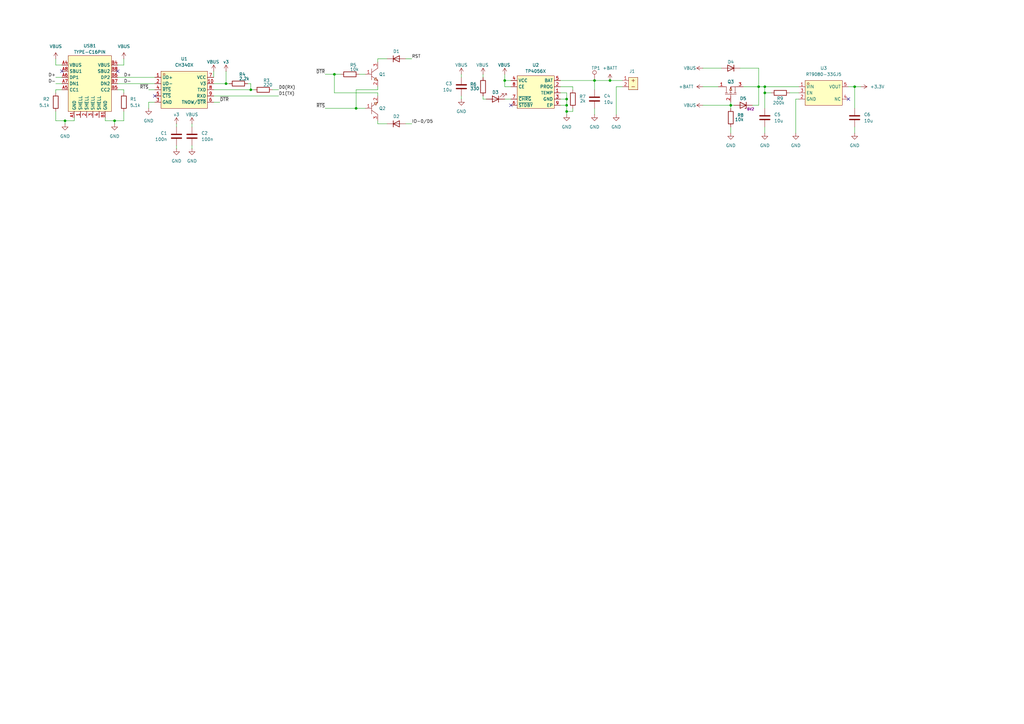
<source format=kicad_sch>
(kicad_sch (version 20250114) (generator "eeschema") (generator_version "9.0")
  (paper "A3")
  (title_block (title "ESP 32 weather ePaper display") (date "2025-02-26") (rev "V1"))
  (lib_symbols
    (symbol "0_local_lib:BRCS150P02ZJ" (pin_names (hide yes))
      (property "Reference" "Q" (at 0 10.16 0))
      (property "Value" "BRCS150P02ZJ" (at 0 -10.16 0))
      (symbol "BRCS150P02ZJ_0_1"
        (polyline (pts (xy -5.08 0) (xy -3.05 0)))
        (polyline (pts (xy -3.05 2.29) (xy -3.05 -2.29)))
        (polyline (pts (xy -2.54 2.29) (xy -2.54 1.27)))
        (polyline (pts (xy -2.54 1.78) (xy 0 1.78) (xy 0 2.54) (xy 0 2.54) (xy 0 2.54) (xy 0 2.54)))
        (polyline (pts (xy -2.54 0) (xy 0 0) (xy 0 -2.54) (xy 0 0) (xy 0 0)))
        (polyline (pts (xy -2.54 -0.51) (xy -2.54 0.51)))
        (polyline (pts (xy -2.54 -2.29) (xy -2.54 -1.27)))
        (polyline (pts (xy 0 0) (xy -1.52 -0.51) (xy -1.52 0.51) (xy 0 0)) (fill (type background)))
        (polyline (pts (xy 0 -1.78) (xy -2.54 -1.78)))
        (pin unspecified line (at -6.35 0 0) (length 2.54) (name "G") (number "2"))
        (pin unspecified line (at 0 5.08 270) (length 2.54) (name "D") (number "1"))
        (pin unspecified line (at 0 -5.08 90) (length 2.54) (name "S") (number "3"))
      )
    )
    (symbol "0_local_lib:CH340X"
      (property "Reference" "U" (at 0 10.668 0))
      (property "Value" "CH340X" (at 0 8.636 0))
      (symbol "CH340X_0_1"
        (rectangle (start -10.16 7.62) (end 8.89 -7.62) (fill (type background)))
        (circle (center -8.89 6.35) (radius 0.38))
        (pin unspecified line (at -12.7 5.08 0) (length 2.54) (name "UD+") (number "1"))
        (pin unspecified line (at -12.7 2.54 0) (length 2.54) (name "UD-") (number "2"))
        (pin unspecified line (at -12.7 0 0) (length 2.54) (name "~{RTS}") (number "4"))
        (pin unspecified line (at -12.7 -2.54 0) (length 2.54) (name "~{CTS}") (number "5"))
        (pin unspecified line (at -12.7 -5.08 0) (length 2.54) (name "GND") (number "3"))
        (pin unspecified line (at 11.43 5.08 180) (length 2.54) (name "VCC") (number "7"))
        (pin unspecified line (at 11.43 2.54 180) (length 2.54) (name "V3") (number "10"))
        (pin unspecified line (at 11.43 0 180) (length 2.54) (name "TXD") (number "8"))
        (pin unspecified line (at 11.43 -2.54 180) (length 2.54) (name "RXD") (number "9"))
        (pin unspecified line (at 11.43 -5.08 180) (length 2.54) (name "TNOW/~{DTR}") (number "6"))
      )
    )
    (symbol "0_local_lib:RT9080-33GJ5"
      (property "Reference" "U" (at 0 7.62 0))
      (property "Value" "RT9080-33GJ5" (at 0 -7.62 0))
      (symbol "RT9080-33GJ5_0_1"
        (rectangle (start -7.62 5.08) (end 7.62 -5.08) (fill (type background)))
        (circle (center -6.35 3.81) (radius 0.38))
        (pin unspecified line (at -10.16 2.54 0) (length 2.54) (name "VIN") (number "1"))
        (pin unspecified line (at -10.16 0 0) (length 2.54) (name "EN") (number "3"))
        (pin unspecified line (at -10.16 -2.54 0) (length 2.54) (name "GND") (number "2"))
        (pin unspecified line (at 10.16 2.54 180) (length 2.54) (name "VOUT") (number "5"))
        (pin unspecified line (at 10.16 -2.54 180) (length 2.54) (name "NC") (number "4"))
      )
    )
    (symbol "0_local_lib:S2B-PH-K-S(LF)(SN)" (pin_names (hide yes))
      (property "Reference" "J" (at -1.016 4.826 0))
      (symbol "S2B-PH-K-S(LF)(SN)_0_1"
        (rectangle (start -2.54 2.54) (end 1.27 -2.54) (fill (type background)))
        (polyline (pts (xy -1.27 -1.27) (xy 0 -1.27)))
        (polyline (pts (xy -0.635 1.27) (xy -1.27 1.27) (xy 0 1.27) (xy -0.635 1.27) (xy -0.635 1.905) (xy -0.635 0.635) (xy -0.635 1.27)))
        (pin unspecified line (at -5.08 1.27 0) (length 2.54) (name "1") (number "1"))
        (pin unspecified line (at -5.08 -1.27 0) (length 2.54) (name "2") (number "2"))
      )
    )
    (symbol "0_local_lib:S8050_C181158" (pin_names (hide yes))
      (property "Reference" "Q" (at 0 10.16 0))
      (property "Value" "S8050_C181158" (at 0 -10.16 0))
      (symbol "S8050_C181158_0_1"
        (polyline (pts (xy 0 2.29) (xy 0 -2.29)))
        (polyline (pts (xy 0 -0.76) (xy 2.54 -2.54)))
        (polyline (pts (xy 2.54 2.54) (xy 0 0.76)))
        (polyline (pts (xy 2.54 -2.54) (xy 1.78 -1.27) (xy 1.02 -2.29) (xy 2.54 -2.54)) (fill (type background)))
        (pin input line (at -2.54 0 0) (length 2.54) (name "1") (number "1"))
        (pin input line (at 2.54 5.08 270) (length 2.54) (name "3") (number "3"))
        (pin input line (at 2.54 -5.08 90) (length 2.54) (name "2") (number "2"))
      )
    )
    (symbol "0_local_lib:TP4056X"
      (property "Reference" "U" (at 0 10.16 0))
      (property "Value" "TP4056X" (at 0 7.62 0))
      (symbol "TP4056X_0_1"
        (rectangle (start -7.62 5.715) (end 7.62 -7.62) (fill (type background)))
        (pin unspecified line (at -10.16 3.81 0) (length 2.54) (name "VCC") (number "4"))
        (pin unspecified line (at -10.16 1.27 0) (length 2.54) (name "CE") (number "8"))
        (pin unspecified line (at -10.16 -3.81 0) (length 2.54) (name "~{CHRG}") (number "7"))
        (pin unspecified line (at -10.16 -6.35 0) (length 2.54) (name "~{STDBY}") (number "6"))
        (pin unspecified line (at 10.16 3.81 180) (length 2.54) (name "BAT") (number "5"))
        (pin unspecified line (at 10.16 1.27 180) (length 2.54) (name "PROG") (number "2"))
        (pin unspecified line (at 10.16 -1.27 180) (length 2.54) (name "TEMP") (number "1"))
        (pin unspecified line (at 10.16 -3.81 180) (length 2.54) (name "GND") (number "3"))
        (pin unspecified line (at 10.16 -6.35 180) (length 2.54) (name "EP") (number "9"))
      )
    )
    (symbol "0_local_lib:TYPE-C16PIN"
      (property "Reference" "USB" (at -0.254 12.954 0))
      (property "Value" "TYPE-C16PIN" (at 0 11.176 0))
      (symbol "TYPE-C16PIN_0_1"
        (rectangle (start -8.89 10.16) (end 8.89 -12.7) (fill (type background)))
        (pin unspecified line (at -11.43 6.35 0) (length 2.54) (name "VBUS") (number "B4"))
        (pin unspecified line (at -11.43 3.81 0) (length 2.54) (name "SBU2") (number "B8"))
        (pin unspecified line (at -11.43 1.27 0) (length 2.54) (name "DP2") (number "B6"))
        (pin unspecified line (at -11.43 -1.27 0) (length 2.54) (name "DN2") (number "B7"))
        (pin unspecified line (at -11.43 -3.81 0) (length 2.54) (name "CC2") (number "B5"))
        (pin unspecified line (at -6.35 -15.24 90) (length 2.54) (name "GND") (number "B1"))
        (pin unspecified line (at -3.81 -15.24 90) (length 2.54) (name "SHELL") (number "4"))
        (pin unspecified line (at -1.27 -15.24 90) (length 2.54) (name "SHELL") (number "3"))
        (pin unspecified line (at 1.27 -15.24 90) (length 2.54) (name "SHELL") (number "2"))
        (pin unspecified line (at 3.81 -15.24 90) (length 2.54) (name "SHELL") (number "1"))
        (pin unspecified line (at 6.35 -15.24 90) (length 2.54) (name "GND") (number "A1"))
        (pin unspecified line (at 11.43 6.35 180) (length 2.54) (name "VBUS") (number "A4"))
        (pin unspecified line (at 11.43 3.81 180) (length 2.54) (name "SBU1") (number "A8"))
        (pin unspecified line (at 11.43 1.27 180) (length 2.54) (name "DP1") (number "A6"))
        (pin unspecified line (at 11.43 -1.27 180) (length 2.54) (name "DN1") (number "A7"))
        (pin unspecified line (at 11.43 -3.81 180) (length 2.54) (name "CC1") (number "A5"))
      )
    )
    (symbol "Connector:TestPoint" (pin_numbers (hide yes)) (pin_names (offset 0.762) (hide yes))
      (property "Reference" "TP" (at 0 6.858 0))
      (property "Value" "TestPoint" (at 0 5.08 0))
      (symbol "TestPoint_0_1"
        (circle (center 0 3.302) (radius 0.762))
      )
      (symbol "TestPoint_1_1"
        (pin passive line (at 0 0 90) (length 2.54) (name "1") (number "1"))
      )
    )
    (symbol "Device:C" (pin_numbers (hide yes)) (pin_names (offset 0.254))
      (property "Reference" "C" (at 0.635 2.54 0))
      (property "Value" "C" (at 0.635 -2.54 0))
      (symbol "C_0_1"
        (polyline (pts (xy -2.032 0.762) (xy 2.032 0.762)) (stroke (width 0.508)))
        (polyline (pts (xy -2.032 -0.762) (xy 2.032 -0.762)) (stroke (width 0.508)))
      )
      (symbol "C_1_1"
        (pin passive line (at 0 3.81 270) (length 2.794) (name "~") (number "1"))
        (pin passive line (at 0 -3.81 90) (length 2.794) (name "~") (number "2"))
      )
    )
    (symbol "Device:D" (pin_numbers (hide yes)) (pin_names (offset 1.016) (hide yes))
      (property "Reference" "D" (at 0 2.54 0))
      (property "Value" "D" (at 0 -2.54 0))
      (symbol "D_0_1"
        (polyline (pts (xy -1.27 1.27) (xy -1.27 -1.27)) (stroke (width 0.254)))
        (polyline (pts (xy 1.27 1.27) (xy 1.27 -1.27) (xy -1.27 0) (xy 1.27 1.27)) (stroke (width 0.254)))
        (polyline (pts (xy 1.27 0) (xy -1.27 0)))
      )
      (symbol "D_1_1"
        (pin passive line (at -3.81 0 0) (length 2.54) (name "K") (number "1"))
        (pin passive line (at 3.81 0 180) (length 2.54) (name "A") (number "2"))
      )
    )
    (symbol "Device:D_Zener" (pin_numbers (hide yes)) (pin_names (offset 1.016) (hide yes))
      (property "Reference" "D" (at 0 2.54 0))
      (property "Value" "D_Zener" (at 0 -2.54 0))
      (symbol "D_Zener_0_1"
        (polyline (pts (xy -1.27 -1.27) (xy -1.27 1.27) (xy -0.762 1.27)) (stroke (width 0.254)))
        (polyline (pts (xy 1.27 0) (xy -1.27 0)))
        (polyline (pts (xy 1.27 -1.27) (xy 1.27 1.27) (xy -1.27 0) (xy 1.27 -1.27)) (stroke (width 0.254)))
      )
      (symbol "D_Zener_1_1"
        (pin passive line (at -3.81 0 0) (length 2.54) (name "K") (number "1"))
        (pin passive line (at 3.81 0 180) (length 2.54) (name "A") (number "2"))
      )
    )
    (symbol "Device:LED" (pin_numbers (hide yes)) (pin_names (offset 1.016) (hide yes))
      (property "Reference" "D" (at 0 2.54 0))
      (property "Value" "LED" (at 0 -2.54 0))
      (symbol "LED_0_1"
        (polyline (pts (xy -3.048 -0.762) (xy -4.572 -2.286) (xy -3.81 -2.286) (xy -4.572 -2.286) (xy -4.572 -1.524)))
        (polyline (pts (xy -1.778 -0.762) (xy -3.302 -2.286) (xy -2.54 -2.286) (xy -3.302 -2.286) (xy -3.302 -1.524)))
        (polyline (pts (xy -1.27 0) (xy 1.27 0)))
        (polyline (pts (xy -1.27 -1.27) (xy -1.27 1.27)) (stroke (width 0.254)))
        (polyline (pts (xy 1.27 -1.27) (xy 1.27 1.27) (xy -1.27 0) (xy 1.27 -1.27)) (stroke (width 0.254)))
      )
      (symbol "LED_1_1"
        (pin passive line (at -3.81 0 0) (length 2.54) (name "K") (number "1"))
        (pin passive line (at 3.81 0 180) (length 2.54) (name "A") (number "2"))
      )
    )
    (symbol "Device:R" (pin_numbers (hide yes)) (pin_names (offset 0))
      (property "Reference" "R" (at 2.032 0 90))
      (property "Value" "R" (at 0 0 90))
      (symbol "R_0_1"
        (rectangle (start -1.016 -2.54) (end 1.016 2.54) (stroke (width 0.254)))
      )
      (symbol "R_1_1"
        (pin passive line (at 0 3.81 270) (length 1.27) (name "~") (number "1"))
        (pin passive line (at 0 -3.81 90) (length 1.27) (name "~") (number "2"))
      )
    )
    (symbol "power:+3.3V" (power) (pin_numbers (hide yes)) (pin_names (offset 0) (hide yes))
      (property "Value" "+3.3V" (at 0 3.556 0))
      (symbol "+3.3V_0_1"
        (polyline (pts (xy -0.762 1.27) (xy 0 2.54)))
        (polyline (pts (xy 0 2.54) (xy 0.762 1.27)))
        (polyline (pts (xy 0 0) (xy 0 2.54)))
      )
      (symbol "+3.3V_1_1"
        (pin power_in line (at 0 0 90) (length 0) (name "~") (number "1"))
      )
    )
    (symbol "power:+BATT" (power) (pin_numbers (hide yes)) (pin_names (offset 0) (hide yes))
      (property "Value" "+BATT" (at 0 3.556 0))
      (symbol "+BATT_0_1"
        (polyline (pts (xy -0.762 1.27) (xy 0 2.54)))
        (polyline (pts (xy 0 2.54) (xy 0.762 1.27)))
        (polyline (pts (xy 0 0) (xy 0 2.54)))
      )
      (symbol "+BATT_1_1"
        (pin power_in line (at 0 0 90) (length 0) (name "~") (number "1"))
      )
    )
    (symbol "power:GND" (power) (pin_numbers (hide yes)) (pin_names (offset 0) (hide yes))
      (property "Value" "GND" (at 0 -3.81 0))
      (symbol "GND_0_1"
        (polyline (pts (xy 0 0) (xy 0 -1.27) (xy 1.27 -1.27) (xy 0 -2.54) (xy -1.27 -1.27) (xy 0 -1.27)))
      )
      (symbol "GND_1_1"
        (pin power_in line (at 0 0 270) (length 0) (name "~") (number "1"))
      )
    )
    (symbol "power:VBUS" (power) (pin_numbers (hide yes)) (pin_names (offset 0) (hide yes))
      (property "Value" "VBUS" (at 0 3.556 0))
      (symbol "VBUS_0_1"
        (polyline (pts (xy -0.762 1.27) (xy 0 2.54)))
        (polyline (pts (xy 0 2.54) (xy 0.762 1.27)))
        (polyline (pts (xy 0 0) (xy 0 2.54)))
      )
      (symbol "VBUS_1_1"
        (pin power_in line (at 0 0 90) (length 0) (name "~") (number "1"))
      )
    )
  )
  (junction (at 207.01 33.02))
  (junction (at 232.41 40.64))
  (junction (at 137.16 30.48))
  (junction (at 313.69 38.1))
  (junction (at 102.87 36.83))
  (junction (at 311.15 35.56))
  (junction (at 232.41 45.72))
  (junction (at 92.71 34.29))
  (junction (at 243.84 33.02))
  (junction (at 299.72 43.18))
  (junction (at 350.52 35.56))
  (junction (at 46.99 49.53))
  (junction (at 313.69 35.56))
  (junction (at 26.67 49.53))
  (junction (at 146.05 44.45))
  (junction (at 232.41 43.18))
  (junction (at 250.19 33.02))
  (no_connect (at 347.98 40.64))
  (no_connect (at 25.4 29.21))
  (no_connect (at 209.55 43.18))
  (no_connect (at 63.5 39.37))
  (no_connect (at 48.26 29.21))
  (wire (pts (xy 87.63 29.21) (xy 87.63 31.75)))
  (wire (pts (xy 198.12 39.37) (xy 198.12 40.64)))
  (wire (pts (xy 22.86 38.1) (xy 22.86 36.83)))
  (wire (pts (xy 232.41 38.1) (xy 232.41 40.64)))
  (wire (pts (xy 288.29 35.56) (xy 294.64 35.56)))
  (wire (pts (xy 229.87 35.56) (xy 234.95 35.56)))
  (wire (pts (xy 299.72 43.18) (xy 299.72 44.45)))
  (wire (pts (xy 313.69 38.1) (xy 313.69 44.45)))
  (wire (pts (xy 243.84 44.45) (xy 243.84 46.99)))
  (wire (pts (xy 350.52 35.56) (xy 347.98 35.56)))
  (wire (pts (xy 154.94 24.13) (xy 154.94 25.4)))
  (wire (pts (xy 229.87 43.18) (xy 232.41 43.18)))
  (wire (pts (xy 158.75 50.8) (xy 154.94 50.8)))
  (wire (pts (xy 232.41 43.18) (xy 232.41 40.64)))
  (wire (pts (xy 243.84 33.02) (xy 250.19 33.02)))
  (wire (pts (xy 234.95 44.45) (xy 234.95 45.72)))
  (wire (pts (xy 232.41 45.72) (xy 232.41 43.18)))
  (wire (pts (xy 313.69 35.56) (xy 327.66 35.56)))
  (wire (pts (xy 154.94 50.8) (xy 154.94 49.53)))
  (wire (pts (xy 30.48 49.53) (xy 30.48 48.26)))
  (wire (pts (xy 22.86 45.72) (xy 22.86 49.53)))
  (wire (pts (xy 313.69 38.1) (xy 313.69 35.56)))
  (wire (pts (xy 102.87 36.83) (xy 104.14 36.83)))
  (wire (pts (xy 209.55 35.56) (xy 207.01 35.56)))
  (wire (pts (xy 50.8 36.83) (xy 48.26 36.83)))
  (wire (pts (xy 147.32 30.48) (xy 149.86 30.48)))
  (wire (pts (xy 303.53 27.94) (xy 311.15 27.94)))
  (wire (pts (xy 25.4 26.67) (xy 22.86 26.67)))
  (wire (pts (xy 22.86 36.83) (xy 25.4 36.83)))
  (wire (pts (xy 50.8 38.1) (xy 50.8 36.83)))
  (wire (pts (xy 288.29 43.18) (xy 299.72 43.18)))
  (wire (pts (xy 250.19 33.02) (xy 255.27 33.02)))
  (wire (pts (xy 207.01 30.48) (xy 207.01 33.02)))
  (wire (pts (xy 154.94 39.37) (xy 154.94 38.1)))
  (wire (pts (xy 146.05 36.83) (xy 146.05 44.45)))
  (wire (pts (xy 353.06 35.56) (xy 350.52 35.56)))
  (wire (pts (xy 137.16 30.48) (xy 139.7 30.48)))
  (wire (pts (xy 154.94 36.83) (xy 146.05 36.83)))
  (wire (pts (xy 87.63 34.29) (xy 92.71 34.29)))
  (wire (pts (xy 158.75 24.13) (xy 154.94 24.13)))
  (wire (pts (xy 22.86 49.53) (xy 26.67 49.53)))
  (wire (pts (xy 22.86 26.67) (xy 22.86 24.13)))
  (wire (pts (xy 72.39 59.69) (xy 72.39 60.96)))
  (wire (pts (xy 48.26 31.75) (xy 63.5 31.75)))
  (wire (pts (xy 111.76 36.83) (xy 114.3 36.83)))
  (wire (pts (xy 299.72 43.18) (xy 300.99 43.18)))
  (wire (pts (xy 43.18 49.53) (xy 43.18 48.26)))
  (wire (pts (xy 60.96 44.45) (xy 60.96 41.91)))
  (wire (pts (xy 146.05 44.45) (xy 149.86 44.45)))
  (wire (pts (xy 243.84 33.02) (xy 229.87 33.02)))
  (wire (pts (xy 50.8 24.13) (xy 50.8 26.67)))
  (wire (pts (xy 50.8 26.67) (xy 48.26 26.67)))
  (wire (pts (xy 299.72 41.91) (xy 299.72 43.18)))
  (wire (pts (xy 299.72 52.07) (xy 299.72 54.61)))
  (wire (pts (xy 133.35 30.48) (xy 137.16 30.48)))
  (wire (pts (xy 87.63 39.37) (xy 114.3 39.37)))
  (wire (pts (xy 48.26 34.29) (xy 63.5 34.29)))
  (wire (pts (xy 137.16 30.48) (xy 137.16 38.1)))
  (wire (pts (xy 207.01 40.64) (xy 209.55 40.64)))
  (wire (pts (xy 327.66 40.64) (xy 326.39 40.64)))
  (wire (pts (xy 304.8 35.56) (xy 311.15 35.56)))
  (wire (pts (xy 166.37 50.8) (xy 168.91 50.8)))
  (wire (pts (xy 350.52 52.07) (xy 350.52 54.61)))
  (wire (pts (xy 63.5 36.83) (xy 60.96 36.83)))
  (wire (pts (xy 46.99 49.53) (xy 43.18 49.53)))
  (wire (pts (xy 50.8 49.53) (xy 46.99 49.53)))
  (wire (pts (xy 232.41 40.64) (xy 229.87 40.64)))
  (wire (pts (xy 101.6 34.29) (xy 102.87 34.29)))
  (wire (pts (xy 189.23 30.48) (xy 189.23 31.75)))
  (wire (pts (xy 326.39 40.64) (xy 326.39 54.61)))
  (wire (pts (xy 50.8 45.72) (xy 50.8 49.53)))
  (wire (pts (xy 198.12 30.48) (xy 198.12 31.75)))
  (wire (pts (xy 102.87 34.29) (xy 102.87 36.83)))
  (wire (pts (xy 207.01 35.56) (xy 207.01 33.02)))
  (wire (pts (xy 78.74 50.8) (xy 78.74 52.07)))
  (wire (pts (xy 350.52 44.45) (xy 350.52 35.56)))
  (wire (pts (xy 311.15 27.94) (xy 311.15 35.56)))
  (wire (pts (xy 323.85 38.1) (xy 327.66 38.1)))
  (wire (pts (xy 25.4 31.75) (xy 22.86 31.75)))
  (wire (pts (xy 46.99 49.53) (xy 46.99 50.8)))
  (wire (pts (xy 316.23 38.1) (xy 313.69 38.1)))
  (wire (pts (xy 154.94 35.56) (xy 154.94 36.83)))
  (wire (pts (xy 26.67 49.53) (xy 26.67 50.8)))
  (wire (pts (xy 92.71 29.21) (xy 92.71 34.29)))
  (wire (pts (xy 311.15 35.56) (xy 311.15 43.18)))
  (wire (pts (xy 234.95 35.56) (xy 234.95 36.83)))
  (wire (pts (xy 72.39 50.8) (xy 72.39 52.07)))
  (wire (pts (xy 92.71 34.29) (xy 93.98 34.29)))
  (wire (pts (xy 189.23 39.37) (xy 189.23 40.64)))
  (wire (pts (xy 311.15 35.56) (xy 313.69 35.56)))
  (wire (pts (xy 243.84 36.83) (xy 243.84 33.02)))
  (wire (pts (xy 313.69 52.07) (xy 313.69 54.61)))
  (wire (pts (xy 207.01 33.02) (xy 209.55 33.02)))
  (wire (pts (xy 229.87 38.1) (xy 232.41 38.1)))
  (wire (pts (xy 133.35 44.45) (xy 146.05 44.45)))
  (wire (pts (xy 232.41 46.99) (xy 232.41 45.72)))
  (wire (pts (xy 311.15 43.18) (xy 308.61 43.18)))
  (wire (pts (xy 232.41 45.72) (xy 234.95 45.72)))
  (wire (pts (xy 60.96 41.91) (xy 63.5 41.91)))
  (wire (pts (xy 87.63 36.83) (xy 102.87 36.83)))
  (wire (pts (xy 252.73 35.56) (xy 252.73 46.99)))
  (wire (pts (xy 154.94 38.1) (xy 137.16 38.1)))
  (wire (pts (xy 26.67 49.53) (xy 30.48 49.53)))
  (wire (pts (xy 25.4 34.29) (xy 22.86 34.29)))
  (wire (pts (xy 198.12 40.64) (xy 199.39 40.64)))
  (wire (pts (xy 166.37 24.13) (xy 168.91 24.13)))
  (wire (pts (xy 78.74 59.69) (xy 78.74 60.96)))
  (wire (pts (xy 255.27 35.56) (xy 252.73 35.56)))
  (wire (pts (xy 288.29 27.94) (xy 295.91 27.94)))
  (wire (pts (xy 87.63 41.91) (xy 90.17 41.91)))
  (label "~{DTR}" (at 90.17 41.91 0))
  (label "RST" (at 168.91 24.13 0))
  (label "D+" (at 22.86 31.75 180))
  (label "D-" (at 22.86 34.29 180))
  (label "~{RTS}" (at 133.35 44.45 180))
  (label "D1(TX)" (at 114.3 39.37 0))
  (label "~{DTR}" (at 133.35 30.48 180))
  (label "D-" (at 50.8 34.29 0))
  (label "D+" (at 50.8 31.75 0))
  (label "IO-0{slash}D5" (at 168.91 50.8 0))
  (label "D0(RX)" (at 114.3 36.83 0))
  (label "~{RTS}" (at 60.96 36.83 180))
  (symbol (lib_id "power:+BATT") (at 250.19 33.02 0) (unit 1)
    (property "Reference" "#PWR019" (effects (hide yes)))
    (property "Value" "+BATT" (at 250.19 27.94 0))
    (property "Description" "Power symbol creates a global label with name \"+BATT\"" (effects (hide yes)))
  )
  (symbol (lib_id "power:VBUS") (at 72.39 50.8 0) (unit 1)
    (property "Reference" "#PWR011" (effects (hide yes)))
    (property "Value" "v3" (at 72.39 46.99 0))
    (property "Description" "Power symbol creates a global label with name \"VBUS\"" (effects (hide yes)))
  )
  (symbol (lib_id "0_local_lib:TYPE-C16PIN") (at 36.83 33.02 0) (mirror y) (unit 1)
    (property "Reference" "USB1" (at 36.83 18.796 0))
    (property "Value" "TYPE-C16PIN" (at 36.83 21.336 0))
    (property "Footprint" "0_local_lib:USB-C-SMD_TYPE-C16PIN" (effects (hide yes)))
    (property "Datasheet" "https://lcsc.com/product-detail/USB-Connectors_SHOU-HAN-TYPE-C16PIN_C393939.html" (effects (hide yes)))
    (property "LCSC Part" "C393939" (effects (hide yes)))
  )
  (symbol (lib_id "power:GND") (at 326.39 54.61 0) (unit 1)
    (property "Reference" "#PWR025" (effects (hide yes)))
    (property "Value" "GND" (at 326.39 59.69 0))
    (property "Description" "Power symbol creates a global label with name \"GND\" , ground" (effects (hide yes)))
  )
  (symbol (lib_id "0_local_lib:RT9080-33GJ5") (at 337.82 38.1 0) (unit 1)
    (property "Reference" "U3" (at 337.82 27.94 0))
    (property "Value" "RT9080-33GJ5" (at 337.82 30.48 0))
    (property "Footprint" "libs:SOT-23-5_L3.0-W1.5-P0.95-LS2.8-BL" (effects (hide yes)))
    (property "LCSC Part" "C20617299" (effects (hide yes)))
  )
  (symbol (lib_id "power:VBUS") (at 189.23 30.48 0) (mirror y) (unit 1)
    (property "Reference" "#PWR015" (effects (hide yes)))
    (property "Value" "VBUS" (at 189.23 26.67 0))
    (property "Description" "Power symbol creates a global label with name \"VBUS\"" (effects (hide yes)))
  )
  (symbol (lib_id "Device:D") (at 162.56 50.8 0) (unit 1)
    (property "Reference" "D2" (at 162.56 47.752 0))
    (property "Value" "1N4148" (effects (hide yes)))
    (property "Description" "Diode" (effects (hide yes)))
    (property "Sim.Device" "D" (effects (hide yes)))
    (property "Sim.Pins" "1=K 2=A" (effects (hide yes)))
  )
  (symbol (lib_id "Device:D") (at 299.72 27.94 180) (unit 1)
    (property "Reference" "D4" (at 299.72 25.4 0))
    (property "Value" "1N5819" (effects (hide yes)))
    (property "Description" "Diode" (effects (hide yes)))
    (property "Sim.Device" "D" (effects (hide yes)))
    (property "Sim.Pins" "1=K 2=A" (effects (hide yes)))
  )
  (symbol (lib_id "power:+BATT") (at 288.29 35.56 90) (unit 1)
    (property "Reference" "#PWR020" (effects (hide yes)))
    (property "Value" "+BATT" (at 284.48 35.5599 90) (effects (justify left)))
    (property "Description" "Power symbol creates a global label with name \"+BATT\"" (effects (hide yes)))
  )
  (symbol (lib_id "Device:R") (at 107.95 36.83 90) (unit 1)
    (property "Reference" "R3" (at 107.95 33.02 90) (effects (justify right)))
    (property "Value" "220" (at 107.95 34.798 90) (effects (justify right)))
    (property "Description" "Resistor" (effects (hide yes)))
  )
  (symbol (lib_id "power:GND") (at 299.72 54.61 0) (unit 1)
    (property "Reference" "#PWR023" (effects (hide yes)))
    (property "Value" "GND" (at 299.72 59.69 0))
    (property "Description" "Power symbol creates a global label with name \"GND\" , ground" (effects (hide yes)))
  )
  (symbol (lib_id "Device:C") (at 350.52 48.26 180) (unit 1)
    (property "Reference" "C6" (at 354.33 46.9899 0) (effects (justify right)))
    (property "Value" "10u" (at 354.33 49.5299 0) (effects (justify right)))
    (property "Description" "Unpolarized capacitor" (effects (hide yes)))
  )
  (symbol (lib_id "Device:C") (at 72.39 55.88 0) (mirror y) (unit 1)
    (property "Reference" "C1" (at 68.58 54.6099 0) (effects (justify left)))
    (property "Value" "100n" (at 68.58 57.1499 0) (effects (justify left)))
    (property "Description" "Unpolarized capacitor" (effects (hide yes)))
  )
  (symbol (lib_id "power:GND") (at 46.99 50.8 0) (unit 1)
    (property "Reference" "#PWR02" (effects (hide yes)))
    (property "Value" "GND" (at 46.99 55.88 0))
    (property "Description" "Power symbol creates a global label with name \"GND\" , ground" (effects (hide yes)))
  )
  (symbol (lib_id "Device:R") (at 320.04 38.1 270) (mirror x) (unit 1)
    (property "Reference" "R9" (at 321.31 40.386 90) (effects (justify right)))
    (property "Value" "200k" (at 321.818 42.164 90) (effects (justify right)))
    (property "Description" "Resistor" (effects (hide yes)))
  )
  (symbol (lib_id "Device:R") (at 22.86 41.91 0) (mirror y) (unit 1)
    (property "Reference" "R2" (at 20.32 40.6399 0) (effects (justify left)))
    (property "Value" "5.1k" (at 20.32 43.1799 0) (effects (justify left)))
    (property "Description" "Resistor" (effects (hide yes)))
  )
  (symbol (lib_id "power:GND") (at 26.67 50.8 0) (unit 1)
    (property "Reference" "#PWR01" (effects (hide yes)))
    (property "Value" "GND" (at 26.67 55.88 0))
    (property "Description" "Power symbol creates a global label with name \"GND\" , ground" (effects (hide yes)))
  )
  (symbol (lib_id "Device:D_Zener") (at 304.8 43.18 180) (unit 1)
    (property "Reference" "D5" (at 304.8 40.386 0))
    (property "Value" "LM3Z6V2T1G" (effects (hide yes)))
    (property "Description" "Zener diode" (effects (hide yes)))
    (property "Zener Voltage" "6V2" (at 307.848 44.704 0) (effects (font (size 1.016 1.016))))
    (property "LCSC" "C131806" (effects (hide yes)))
  )
  (symbol (lib_id "Device:LED") (at 203.2 40.64 180) (unit 1)
    (property "Reference" "D3" (at 203.2 37.846 0))
    (property "Value" "C397045" (effects (hide yes)))
    (property "Footprint" "LED_SMD:LED_0402_1005Metric" (effects (hide yes)))
    (property "Description" "Light emitting diode" (effects (hide yes)))
    (property "Sim.Pins" "1=K 2=A" (effects (hide yes)))
    (property "Field6" "C397045" (effects (hide yes)))
  )
  (symbol (lib_id "Device:C") (at 313.69 48.26 180) (unit 1)
    (property "Reference" "C5" (at 317.5 46.9899 0) (effects (justify right)))
    (property "Value" "10u" (at 317.5 49.5299 0) (effects (justify right)))
    (property "Description" "Unpolarized capacitor" (effects (hide yes)))
  )
  (symbol (lib_id "power:VBUS") (at 92.71 29.21 0) (unit 1)
    (property "Reference" "#PWR010" (effects (hide yes)))
    (property "Value" "v3" (at 92.71 25.4 0))
    (property "Description" "Power symbol creates a global label with name \"VBUS\"" (effects (hide yes)))
  )
  (symbol (lib_id "power:VBUS") (at 207.01 30.48 0) (unit 1)
    (property "Reference" "#PWR012" (effects (hide yes)))
    (property "Value" "VBUS" (at 206.756 26.67 0))
    (property "Description" "Power symbol creates a global label with name \"VBUS\"" (effects (hide yes)))
  )
  (symbol (lib_id "0_local_lib:S2B-PH-K-S(LF)(SN)") (at 260.35 34.29 0) (unit 1)
    (property "Reference" "J1" (at 258.064 29.21 0) (effects (justify left)))
    (property "Value" "S2B-PH-K-S(LF)(SN)" (effects (hide yes)))
    (property "Footprint" "libs:CONN-TH_S2B-PH-K-S-LF-SN" (effects (hide yes)))
    (property "Datasheet" "https://lcsc.com/product-detail/PH-Connectors_JST-Sales-America_S2B-PH-K-S-LF-SN_JST-Sales-America-S2B-PH-K-S-LF-SN_C173752.html" (effects (hide yes)))
    (property "LCSC Part" "C173752" (effects (hide yes)))
  )
  (symbol (lib_id "Device:C") (at 189.23 35.56 0) (mirror x) (unit 1)
    (property "Reference" "C3" (at 185.42 34.2899 0) (effects (justify right)))
    (property "Value" "10u" (at 185.42 36.8299 0) (effects (justify right)))
    (property "Description" "Unpolarized capacitor" (effects (hide yes)))
  )
  (symbol (lib_id "power:GND") (at 232.41 46.99 0) (unit 1)
    (property "Reference" "#PWR014" (effects (hide yes)))
    (property "Value" "GND" (at 232.41 52.07 0))
    (property "Description" "Power symbol creates a global label with name \"GND\" , ground" (effects (hide yes)))
  )
  (symbol (lib_id "Device:R") (at 97.79 34.29 90) (unit 1)
    (property "Reference" "R4" (at 98.044 30.48 90) (effects (justify right)))
    (property "Value" "2.2k" (at 98.044 32.258 90) (effects (justify right)))
    (property "Description" "Resistor" (effects (hide yes)))
  )
  (symbol (lib_id "power:VBUS") (at 22.86 24.13 0) (unit 1)
    (property "Reference" "#PWR03" (effects (hide yes)))
    (property "Value" "VBUS" (at 22.86 19.05 0))
    (property "Description" "Power symbol creates a global label with name \"VBUS\"" (effects (hide yes)))
  )
  (symbol (lib_id "power:GND") (at 350.52 54.61 0) (unit 1)
    (property "Reference" "#PWR026" (effects (hide yes)))
    (property "Value" "GND" (at 350.52 59.69 0))
    (property "Description" "Power symbol creates a global label with name \"GND\" , ground" (effects (hide yes)))
  )
  (symbol (lib_id "power:GND") (at 60.96 44.45 0) (unit 1)
    (property "Reference" "#PWR05" (effects (hide yes)))
    (property "Value" "GND" (at 60.96 49.53 0))
    (property "Description" "Power symbol creates a global label with name \"GND\" , ground" (effects (hide yes)))
  )
  (symbol (lib_id "0_local_lib:S8050_C181158") (at 152.4 30.48 0) (unit 1)
    (property "Reference" "Q1" (at 155.448 30.48 0) (effects (justify left)))
    (property "Value" "S8050" (effects (hide yes)))
    (property "Footprint" "libs:SOT-23-3_L2.9-W1.6-P1.90-LS2.8-BR" (effects (hide yes)))
    (property "Datasheet" "https://lcsc.com/product-detail/Transistors-NPN-PNP_S8050_C181158.html" (effects (hide yes)))
    (property "LCSC Part" "C181158" (effects (hide yes)))
  )
  (symbol (lib_id "Device:R") (at 50.8 41.91 180) (unit 1)
    (property "Reference" "R1" (at 53.34 40.6399 0) (effects (justify right)))
    (property "Value" "5.1k" (at 53.34 43.1799 0) (effects (justify right)))
    (property "Description" "Resistor" (effects (hide yes)))
  )
  (symbol (lib_id "Device:D") (at 162.56 24.13 0) (unit 1)
    (property "Reference" "D1" (at 162.56 21.082 0))
    (property "Value" "1N4148" (effects (hide yes)))
    (property "Description" "Diode" (effects (hide yes)))
    (property "Sim.Device" "D" (effects (hide yes)))
    (property "Sim.Pins" "1=K 2=A" (effects (hide yes)))
  )
  (symbol (lib_id "power:GND") (at 72.39 60.96 0) (unit 1)
    (property "Reference" "#PWR07" (effects (hide yes)))
    (property "Value" "GND" (at 72.39 66.04 0))
    (property "Description" "Power symbol creates a global label with name \"GND\" , ground" (effects (hide yes)))
  )
  (symbol (lib_id "power:VBUS") (at 78.74 50.8 0) (unit 1)
    (property "Reference" "#PWR09" (effects (hide yes)))
    (property "Value" "VBUS" (at 78.74 46.99 0))
    (property "Description" "Power symbol creates a global label with name \"VBUS\"" (effects (hide yes)))
  )
  (symbol (lib_id "Device:R") (at 234.95 40.64 0) (mirror x) (unit 1)
    (property "Reference" "R7" (at 240.284 39.624 0) (effects (justify right)))
    (property "Value" "2k" (at 240.284 41.402 0) (effects (justify right)))
    (property "Description" "Resistor" (effects (hide yes)))
  )
  (symbol (lib_id "power:VBUS") (at 87.63 29.21 0) (unit 1)
    (property "Reference" "#PWR06" (effects (hide yes)))
    (property "Value" "VBUS" (at 87.376 25.4 0))
    (property "Description" "Power symbol creates a global label with name \"VBUS\"" (effects (hide yes)))
  )
  (symbol (lib_id "power:VBUS") (at 50.8 24.13 0) (unit 1)
    (property "Reference" "#PWR04" (effects (hide yes)))
    (property "Value" "VBUS" (at 50.8 19.05 0))
    (property "Description" "Power symbol creates a global label with name \"VBUS\"" (effects (hide yes)))
  )
  (symbol (lib_id "power:VBUS") (at 288.29 43.18 90) (unit 1)
    (property "Reference" "#PWR021" (effects (hide yes)))
    (property "Value" "VBUS" (at 282.956 43.18 90))
    (property "Description" "Power symbol creates a global label with name \"VBUS\"" (effects (hide yes)))
  )
  (symbol (lib_id "Device:C") (at 243.84 40.64 180) (unit 1)
    (property "Reference" "C4" (at 247.65 39.3699 0) (effects (justify right)))
    (property "Value" "10u" (at 247.65 41.9099 0) (effects (justify right)))
    (property "Description" "Unpolarized capacitor" (effects (hide yes)))
  )
  (symbol (lib_id "Device:C") (at 78.74 55.88 0) (unit 1)
    (property "Reference" "C2" (at 82.55 54.6099 0) (effects (justify left)))
    (property "Value" "100n" (at 82.55 57.1499 0) (effects (justify left)))
    (property "Description" "Unpolarized capacitor" (effects (hide yes)))
  )
  (symbol (lib_id "power:+3.3V") (at 353.06 35.56 270) (unit 1)
    (property "Reference" "#PWR027" (effects (hide yes)))
    (property "Value" "+3.3V" (at 356.87 35.5599 90) (effects (justify left)))
    (property "Description" "Power symbol creates a global label with name \"+3.3V\"" (effects (hide yes)))
  )
  (symbol (lib_id "0_local_lib:CH340X") (at 76.2 36.83 0) (unit 1)
    (property "Reference" "U1" (at 75.565 24.13 0))
    (property "Value" "CH340X" (at 75.565 26.67 0))
    (property "Footprint" "libs:MSOP-10_L3.0-W3.0-P0.50-LS5.0-BL" (effects (hide yes)))
    (property "Datasheet" "https://cdn.sparkfun.com/assets/5/0/a/8/5/CH340DS1.PDF" (effects (hide yes)))
    (property "LCSC Part" "C3035748" (effects (hide yes)))
  )
  (symbol (lib_id "power:VBUS") (at 288.29 27.94 90) (unit 1)
    (property "Reference" "#PWR022" (effects (hide yes)))
    (property "Value" "VBUS" (at 282.956 27.94 90))
    (property "Description" "Power symbol creates a global label with name \"VBUS\"" (effects (hide yes)))
  )
  (symbol (lib_id "Connector:TestPoint") (at 243.84 33.02 0) (unit 1)
    (property "Reference" "TP1" (at 242.57 27.94 0) (effects (justify left)))
    (property "Value" "TestPoint" (effects (hide yes)))
    (property "Description" "test point" (effects (hide yes)))
  )
  (symbol (lib_id "power:GND") (at 313.69 54.61 0) (unit 1)
    (property "Reference" "#PWR024" (effects (hide yes)))
    (property "Value" "GND" (at 313.69 59.69 0))
    (property "Description" "Power symbol creates a global label with name \"GND\" , ground" (effects (hide yes)))
  )
  (symbol (lib_id "power:GND") (at 189.23 40.64 0) (mirror y) (unit 1)
    (property "Reference" "#PWR016" (effects (hide yes)))
    (property "Value" "GND" (at 189.23 45.72 0))
    (property "Description" "Power symbol creates a global label with name \"GND\" , ground" (effects (hide yes)))
  )
  (symbol (lib_id "power:GND") (at 243.84 46.99 0) (unit 1)
    (property "Reference" "#PWR017" (effects (hide yes)))
    (property "Value" "GND" (at 243.84 52.07 0))
    (property "Description" "Power symbol creates a global label with name \"GND\" , ground" (effects (hide yes)))
  )
  (symbol (lib_id "0_local_lib:BRCS150P02ZJ") (at 299.72 35.56 90) (unit 1)
    (property "Reference" "Q3" (at 299.72 33.528 90))
    (property "Value" "BRCS150P02ZJ" (effects (hide yes)))
    (property "Footprint" "0_local_lib:DFN-6L_L2.0-W2.0-P0.65-BL_BRCS300PXX" (effects (hide yes)))
    (property "LCSC Part" "C22448985" (effects (hide yes)))
  )
  (symbol (lib_id "power:GND") (at 78.74 60.96 0) (unit 1)
    (property "Reference" "#PWR08" (effects (hide yes)))
    (property "Value" "GND" (at 78.74 66.04 0))
    (property "Description" "Power symbol creates a global label with name \"GND\" , ground" (effects (hide yes)))
  )
  (symbol (lib_id "power:GND") (at 252.73 46.99 0) (unit 1)
    (property "Reference" "#PWR018" (effects (hide yes)))
    (property "Value" "GND" (at 252.73 52.07 0))
    (property "Description" "Power symbol creates a global label with name \"GND\" , ground" (effects (hide yes)))
  )
  (symbol (lib_id "Device:R") (at 198.12 35.56 180) (unit 1)
    (property "Reference" "R6" (at 192.786 34.544 0) (effects (justify right)))
    (property "Value" "330" (at 192.786 36.322 0) (effects (justify right)))
    (property "Description" "Resistor" (effects (hide yes)))
  )
  (symbol (lib_id "Device:R") (at 299.72 48.26 0) (mirror x) (unit 1)
    (property "Reference" "R8" (at 305.054 47.244 0) (effects (justify right)))
    (property "Value" "10k" (at 305.054 49.022 0) (effects (justify right)))
    (property "Description" "Resistor" (effects (hide yes)))
  )
  (symbol (lib_id "power:VBUS") (at 198.12 30.48 0) (unit 1)
    (property "Reference" "#PWR013" (effects (hide yes)))
    (property "Value" "VBUS" (at 197.866 26.67 0))
    (property "Description" "Power symbol creates a global label with name \"VBUS\"" (effects (hide yes)))
  )
  (symbol (lib_id "Device:R") (at 143.51 30.48 90) (unit 1)
    (property "Reference" "R5" (at 143.51 26.67 90) (effects (justify right)))
    (property "Value" "10k" (at 143.51 28.448 90) (effects (justify right)))
    (property "Description" "Resistor" (effects (hide yes)))
  )
  (symbol (lib_id "0_local_lib:S8050_C181158") (at 152.4 44.45 0) (mirror x) (unit 1)
    (property "Reference" "Q2" (at 155.448 44.45 0) (effects (justify left)))
    (property "Value" "S8050" (effects (hide yes)))
    (property "Footprint" "libs:SOT-23-3_L2.9-W1.6-P1.90-LS2.8-BR" (effects (hide yes)))
    (property "Datasheet" "https://lcsc.com/product-detail/Transistors-NPN-PNP_S8050_C181158.html" (effects (hide yes)))
    (property "LCSC Part" "C181158" (effects (hide yes)))
  )
  (symbol (lib_id "0_local_lib:TP4056X") (at 219.71 36.83 0) (unit 1)
    (property "Reference" "U2" (at 219.71 26.67 0))
    (property "Value" "TP4056X" (at 219.71 29.21 0))
    (property "Footprint" "libs:SOP-8_L4.9-W3.9-P1.27-LS6.0-TL-EP" (effects (hide yes)))
    (property "LCSC Part" "C2763448" (effects (hide yes)))
  )
)
</source>
